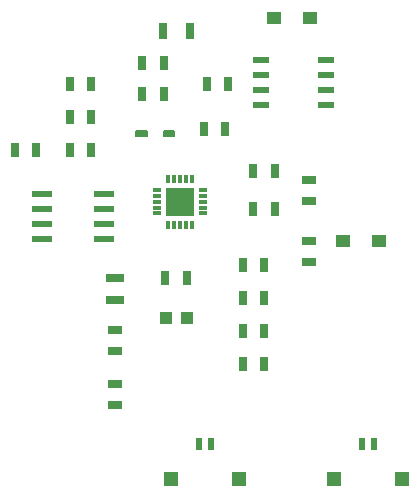
<source format=gbr>
G04 EAGLE Gerber RS-274X export*
G75*
%MOMM*%
%FSLAX34Y34*%
%LPD*%
%INSolderpaste Top*%
%IPPOS*%
%AMOC8*
5,1,8,0,0,1.08239X$1,22.5*%
G01*
%ADD10R,0.800000X1.200000*%
%ADD11R,1.200000X0.800000*%
%ADD12C,0.130000*%
%ADD13R,1.143000X1.092200*%
%ADD14R,0.711200X1.447800*%
%ADD15R,1.524000X0.711200*%
%ADD16R,0.787400X0.304800*%
%ADD17R,0.304800X0.787400*%
%ADD18R,2.438400X2.438400*%
%ADD19R,1.651000X0.558800*%
%ADD20R,1.460500X0.558800*%
%ADD21R,0.550000X1.000000*%
%ADD22R,1.260000X1.300000*%
%ADD23R,1.100000X1.000000*%


D10*
X167000Y390000D03*
X185000Y390000D03*
X124000Y316000D03*
X106000Y316000D03*
X106000Y372000D03*
X124000Y372000D03*
X252000Y163000D03*
X270000Y163000D03*
X252000Y219000D03*
X270000Y219000D03*
D11*
X308000Y239000D03*
X308000Y221000D03*
X144000Y118000D03*
X144000Y100000D03*
D12*
X162000Y328050D02*
X171000Y328050D01*
X162000Y328050D02*
X162000Y331950D01*
X171000Y331950D01*
X171000Y328050D01*
X171000Y329285D02*
X162000Y329285D01*
X162000Y330520D02*
X171000Y330520D01*
X171000Y331755D02*
X162000Y331755D01*
X185000Y328050D02*
X194000Y328050D01*
X185000Y328050D02*
X185000Y331950D01*
X194000Y331950D01*
X194000Y328050D01*
X194000Y329285D02*
X185000Y329285D01*
X185000Y330520D02*
X194000Y330520D01*
X194000Y331755D02*
X185000Y331755D01*
D13*
X336633Y239000D03*
X367367Y239000D03*
X278633Y428000D03*
X309367Y428000D03*
D14*
X207049Y417000D03*
X184951Y417000D03*
D15*
X143700Y189000D03*
X143700Y208050D03*
D11*
X143700Y164000D03*
X143700Y146000D03*
D10*
X252000Y135000D03*
X270000Y135000D03*
X185000Y363000D03*
X167000Y363000D03*
X270000Y191000D03*
X252000Y191000D03*
X204600Y208000D03*
X186600Y208000D03*
X124000Y344000D03*
X106000Y344000D03*
X77000Y316000D03*
X59000Y316000D03*
X261000Y298000D03*
X279000Y298000D03*
X261000Y266000D03*
X279000Y266000D03*
D11*
X308000Y272900D03*
X308000Y290900D03*
D16*
X179242Y282106D03*
X179242Y277280D03*
X179242Y272200D03*
X179242Y267120D03*
X179242Y262294D03*
D17*
X188894Y252642D03*
X193720Y252642D03*
X198800Y252642D03*
X203880Y252642D03*
X208706Y252642D03*
D16*
X218358Y262294D03*
X218358Y267120D03*
X218358Y272200D03*
X218358Y277280D03*
X218358Y282106D03*
D17*
X208706Y291758D03*
X203880Y291758D03*
X198800Y291758D03*
X193720Y291758D03*
X188894Y291758D03*
D18*
X198800Y272200D03*
D19*
X81711Y279050D03*
X81711Y266350D03*
X81711Y253650D03*
X81711Y240950D03*
X134289Y240950D03*
X134289Y253650D03*
X134289Y266350D03*
X134289Y279050D03*
D20*
X267759Y392050D03*
X267759Y379350D03*
X267759Y366650D03*
X267759Y353950D03*
X322242Y353950D03*
X322242Y366650D03*
X322242Y379350D03*
X322242Y392050D03*
D21*
X215000Y67000D03*
X225000Y67000D03*
D22*
X191250Y37100D03*
X248800Y37100D03*
D21*
X353000Y67000D03*
X363000Y67000D03*
D22*
X329250Y37100D03*
X386800Y37100D03*
D23*
X204500Y174000D03*
X187500Y174000D03*
D10*
X219000Y334000D03*
X237000Y334000D03*
X222000Y372000D03*
X240000Y372000D03*
M02*

</source>
